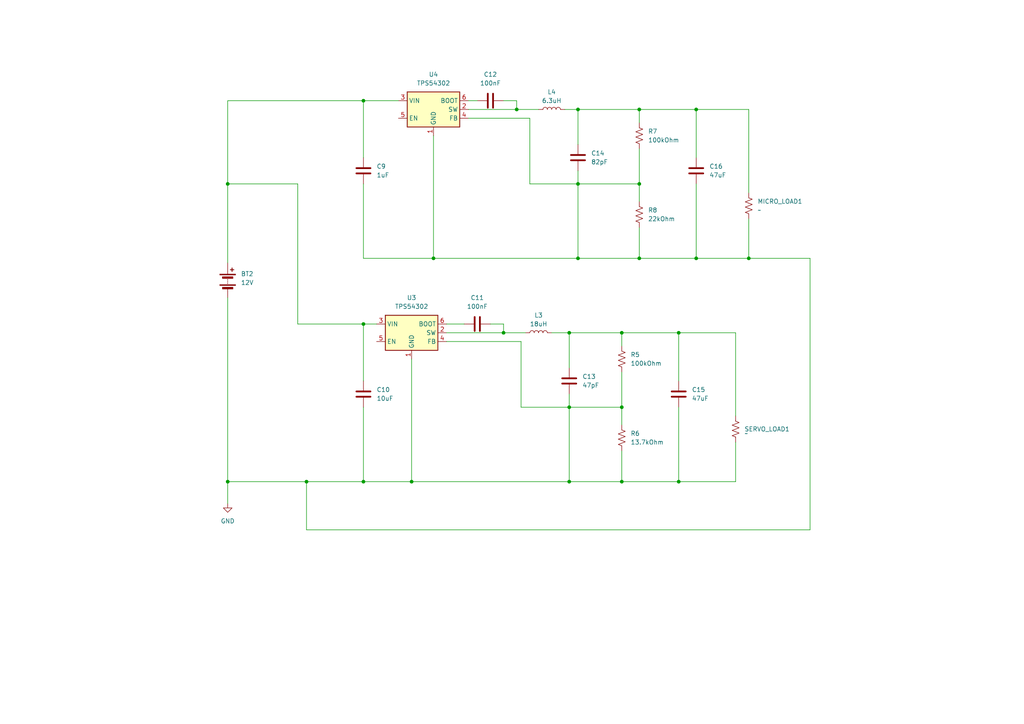
<source format=kicad_sch>
(kicad_sch (version 20230121) (generator eeschema)

  (uuid 100983c4-2702-4eeb-92ca-71443ea7350e)

  (paper "A4")

  (lib_symbols
    (symbol "Device:Battery" (pin_numbers hide) (pin_names (offset 0) hide) (in_bom yes) (on_board yes)
      (property "Reference" "BT" (at 2.54 2.54 0)
        (effects (font (size 1.27 1.27)) (justify left))
      )
      (property "Value" "Battery" (at 2.54 0 0)
        (effects (font (size 1.27 1.27)) (justify left))
      )
      (property "Footprint" "" (at 0 1.524 90)
        (effects (font (size 1.27 1.27)) hide)
      )
      (property "Datasheet" "~" (at 0 1.524 90)
        (effects (font (size 1.27 1.27)) hide)
      )
      (property "ki_keywords" "batt voltage-source cell" (at 0 0 0)
        (effects (font (size 1.27 1.27)) hide)
      )
      (property "ki_description" "Multiple-cell battery" (at 0 0 0)
        (effects (font (size 1.27 1.27)) hide)
      )
      (symbol "Battery_0_1"
        (rectangle (start -2.286 -1.27) (end 2.286 -1.524)
          (stroke (width 0) (type default))
          (fill (type outline))
        )
        (rectangle (start -2.286 1.778) (end 2.286 1.524)
          (stroke (width 0) (type default))
          (fill (type outline))
        )
        (rectangle (start -1.524 -2.032) (end 1.524 -2.54)
          (stroke (width 0) (type default))
          (fill (type outline))
        )
        (rectangle (start -1.524 1.016) (end 1.524 0.508)
          (stroke (width 0) (type default))
          (fill (type outline))
        )
        (polyline
          (pts
            (xy 0 -1.016)
            (xy 0 -0.762)
          )
          (stroke (width 0) (type default))
          (fill (type none))
        )
        (polyline
          (pts
            (xy 0 -0.508)
            (xy 0 -0.254)
          )
          (stroke (width 0) (type default))
          (fill (type none))
        )
        (polyline
          (pts
            (xy 0 0)
            (xy 0 0.254)
          )
          (stroke (width 0) (type default))
          (fill (type none))
        )
        (polyline
          (pts
            (xy 0 1.778)
            (xy 0 2.54)
          )
          (stroke (width 0) (type default))
          (fill (type none))
        )
        (polyline
          (pts
            (xy 0.762 3.048)
            (xy 1.778 3.048)
          )
          (stroke (width 0.254) (type default))
          (fill (type none))
        )
        (polyline
          (pts
            (xy 1.27 3.556)
            (xy 1.27 2.54)
          )
          (stroke (width 0.254) (type default))
          (fill (type none))
        )
      )
      (symbol "Battery_1_1"
        (pin passive line (at 0 5.08 270) (length 2.54)
          (name "+" (effects (font (size 1.27 1.27))))
          (number "1" (effects (font (size 1.27 1.27))))
        )
        (pin passive line (at 0 -5.08 90) (length 2.54)
          (name "-" (effects (font (size 1.27 1.27))))
          (number "2" (effects (font (size 1.27 1.27))))
        )
      )
    )
    (symbol "Device:C" (pin_numbers hide) (pin_names (offset 0.254)) (in_bom yes) (on_board yes)
      (property "Reference" "C" (at 0.635 2.54 0)
        (effects (font (size 1.27 1.27)) (justify left))
      )
      (property "Value" "C" (at 0.635 -2.54 0)
        (effects (font (size 1.27 1.27)) (justify left))
      )
      (property "Footprint" "" (at 0.9652 -3.81 0)
        (effects (font (size 1.27 1.27)) hide)
      )
      (property "Datasheet" "~" (at 0 0 0)
        (effects (font (size 1.27 1.27)) hide)
      )
      (property "ki_keywords" "cap capacitor" (at 0 0 0)
        (effects (font (size 1.27 1.27)) hide)
      )
      (property "ki_description" "Unpolarized capacitor" (at 0 0 0)
        (effects (font (size 1.27 1.27)) hide)
      )
      (property "ki_fp_filters" "C_*" (at 0 0 0)
        (effects (font (size 1.27 1.27)) hide)
      )
      (symbol "C_0_1"
        (polyline
          (pts
            (xy -2.032 -0.762)
            (xy 2.032 -0.762)
          )
          (stroke (width 0.508) (type default))
          (fill (type none))
        )
        (polyline
          (pts
            (xy -2.032 0.762)
            (xy 2.032 0.762)
          )
          (stroke (width 0.508) (type default))
          (fill (type none))
        )
      )
      (symbol "C_1_1"
        (pin passive line (at 0 3.81 270) (length 2.794)
          (name "~" (effects (font (size 1.27 1.27))))
          (number "1" (effects (font (size 1.27 1.27))))
        )
        (pin passive line (at 0 -3.81 90) (length 2.794)
          (name "~" (effects (font (size 1.27 1.27))))
          (number "2" (effects (font (size 1.27 1.27))))
        )
      )
    )
    (symbol "Device:L" (pin_numbers hide) (pin_names (offset 1.016) hide) (in_bom yes) (on_board yes)
      (property "Reference" "L" (at -1.27 0 90)
        (effects (font (size 1.27 1.27)))
      )
      (property "Value" "L" (at 1.905 0 90)
        (effects (font (size 1.27 1.27)))
      )
      (property "Footprint" "" (at 0 0 0)
        (effects (font (size 1.27 1.27)) hide)
      )
      (property "Datasheet" "~" (at 0 0 0)
        (effects (font (size 1.27 1.27)) hide)
      )
      (property "ki_keywords" "inductor choke coil reactor magnetic" (at 0 0 0)
        (effects (font (size 1.27 1.27)) hide)
      )
      (property "ki_description" "Inductor" (at 0 0 0)
        (effects (font (size 1.27 1.27)) hide)
      )
      (property "ki_fp_filters" "Choke_* *Coil* Inductor_* L_*" (at 0 0 0)
        (effects (font (size 1.27 1.27)) hide)
      )
      (symbol "L_0_1"
        (arc (start 0 -2.54) (mid 0.6323 -1.905) (end 0 -1.27)
          (stroke (width 0) (type default))
          (fill (type none))
        )
        (arc (start 0 -1.27) (mid 0.6323 -0.635) (end 0 0)
          (stroke (width 0) (type default))
          (fill (type none))
        )
        (arc (start 0 0) (mid 0.6323 0.635) (end 0 1.27)
          (stroke (width 0) (type default))
          (fill (type none))
        )
        (arc (start 0 1.27) (mid 0.6323 1.905) (end 0 2.54)
          (stroke (width 0) (type default))
          (fill (type none))
        )
      )
      (symbol "L_1_1"
        (pin passive line (at 0 3.81 270) (length 1.27)
          (name "1" (effects (font (size 1.27 1.27))))
          (number "1" (effects (font (size 1.27 1.27))))
        )
        (pin passive line (at 0 -3.81 90) (length 1.27)
          (name "2" (effects (font (size 1.27 1.27))))
          (number "2" (effects (font (size 1.27 1.27))))
        )
      )
    )
    (symbol "Device:R_US" (pin_numbers hide) (pin_names (offset 0)) (in_bom yes) (on_board yes)
      (property "Reference" "R" (at 2.54 0 90)
        (effects (font (size 1.27 1.27)))
      )
      (property "Value" "R_US" (at -2.54 0 90)
        (effects (font (size 1.27 1.27)))
      )
      (property "Footprint" "" (at 1.016 -0.254 90)
        (effects (font (size 1.27 1.27)) hide)
      )
      (property "Datasheet" "~" (at 0 0 0)
        (effects (font (size 1.27 1.27)) hide)
      )
      (property "ki_keywords" "R res resistor" (at 0 0 0)
        (effects (font (size 1.27 1.27)) hide)
      )
      (property "ki_description" "Resistor, US symbol" (at 0 0 0)
        (effects (font (size 1.27 1.27)) hide)
      )
      (property "ki_fp_filters" "R_*" (at 0 0 0)
        (effects (font (size 1.27 1.27)) hide)
      )
      (symbol "R_US_0_1"
        (polyline
          (pts
            (xy 0 -2.286)
            (xy 0 -2.54)
          )
          (stroke (width 0) (type default))
          (fill (type none))
        )
        (polyline
          (pts
            (xy 0 2.286)
            (xy 0 2.54)
          )
          (stroke (width 0) (type default))
          (fill (type none))
        )
        (polyline
          (pts
            (xy 0 -0.762)
            (xy 1.016 -1.143)
            (xy 0 -1.524)
            (xy -1.016 -1.905)
            (xy 0 -2.286)
          )
          (stroke (width 0) (type default))
          (fill (type none))
        )
        (polyline
          (pts
            (xy 0 0.762)
            (xy 1.016 0.381)
            (xy 0 0)
            (xy -1.016 -0.381)
            (xy 0 -0.762)
          )
          (stroke (width 0) (type default))
          (fill (type none))
        )
        (polyline
          (pts
            (xy 0 2.286)
            (xy 1.016 1.905)
            (xy 0 1.524)
            (xy -1.016 1.143)
            (xy 0 0.762)
          )
          (stroke (width 0) (type default))
          (fill (type none))
        )
      )
      (symbol "R_US_1_1"
        (pin passive line (at 0 3.81 270) (length 1.27)
          (name "~" (effects (font (size 1.27 1.27))))
          (number "1" (effects (font (size 1.27 1.27))))
        )
        (pin passive line (at 0 -3.81 90) (length 1.27)
          (name "~" (effects (font (size 1.27 1.27))))
          (number "2" (effects (font (size 1.27 1.27))))
        )
      )
    )
    (symbol "Regulator_Switching:TPS54302" (in_bom yes) (on_board yes)
      (property "Reference" "U" (at -7.62 6.35 0)
        (effects (font (size 1.27 1.27)) (justify left))
      )
      (property "Value" "TPS54302" (at 0 6.35 0)
        (effects (font (size 1.27 1.27)) (justify left))
      )
      (property "Footprint" "Package_TO_SOT_SMD:SOT-23-6" (at 1.27 -8.89 0)
        (effects (font (size 1.27 1.27)) (justify left) hide)
      )
      (property "Datasheet" "http://www.ti.com/lit/ds/symlink/tps54302.pdf" (at -7.62 8.89 0)
        (effects (font (size 1.27 1.27)) hide)
      )
      (property "ki_keywords" "switching buck converter power-supply voltage regulator emi spread spectrum" (at 0 0 0)
        (effects (font (size 1.27 1.27)) hide)
      )
      (property "ki_description" "3A, 4.5 to 28V Input, EMI Friendly integrated switch synchronous step-down regulator, pulse-skipping, SOT-23-6" (at 0 0 0)
        (effects (font (size 1.27 1.27)) hide)
      )
      (property "ki_fp_filters" "SOT?23*" (at 0 0 0)
        (effects (font (size 1.27 1.27)) hide)
      )
      (symbol "TPS54302_0_1"
        (rectangle (start -7.62 5.08) (end 7.62 -5.08)
          (stroke (width 0.254) (type default))
          (fill (type background))
        )
      )
      (symbol "TPS54302_1_1"
        (pin power_in line (at 0 -7.62 90) (length 2.54)
          (name "GND" (effects (font (size 1.27 1.27))))
          (number "1" (effects (font (size 1.27 1.27))))
        )
        (pin power_out line (at 10.16 0 180) (length 2.54)
          (name "SW" (effects (font (size 1.27 1.27))))
          (number "2" (effects (font (size 1.27 1.27))))
        )
        (pin power_in line (at -10.16 2.54 0) (length 2.54)
          (name "VIN" (effects (font (size 1.27 1.27))))
          (number "3" (effects (font (size 1.27 1.27))))
        )
        (pin input line (at 10.16 -2.54 180) (length 2.54)
          (name "FB" (effects (font (size 1.27 1.27))))
          (number "4" (effects (font (size 1.27 1.27))))
        )
        (pin input line (at -10.16 -2.54 0) (length 2.54)
          (name "EN" (effects (font (size 1.27 1.27))))
          (number "5" (effects (font (size 1.27 1.27))))
        )
        (pin passive line (at 10.16 2.54 180) (length 2.54)
          (name "BOOT" (effects (font (size 1.27 1.27))))
          (number "6" (effects (font (size 1.27 1.27))))
        )
      )
    )
    (symbol "power:GND" (power) (pin_names (offset 0)) (in_bom yes) (on_board yes)
      (property "Reference" "#PWR" (at 0 -6.35 0)
        (effects (font (size 1.27 1.27)) hide)
      )
      (property "Value" "GND" (at 0 -3.81 0)
        (effects (font (size 1.27 1.27)))
      )
      (property "Footprint" "" (at 0 0 0)
        (effects (font (size 1.27 1.27)) hide)
      )
      (property "Datasheet" "" (at 0 0 0)
        (effects (font (size 1.27 1.27)) hide)
      )
      (property "ki_keywords" "global power" (at 0 0 0)
        (effects (font (size 1.27 1.27)) hide)
      )
      (property "ki_description" "Power symbol creates a global label with name \"GND\" , ground" (at 0 0 0)
        (effects (font (size 1.27 1.27)) hide)
      )
      (symbol "GND_0_1"
        (polyline
          (pts
            (xy 0 0)
            (xy 0 -1.27)
            (xy 1.27 -1.27)
            (xy 0 -2.54)
            (xy -1.27 -1.27)
            (xy 0 -1.27)
          )
          (stroke (width 0) (type default))
          (fill (type none))
        )
      )
      (symbol "GND_1_1"
        (pin power_in line (at 0 0 270) (length 0) hide
          (name "GND" (effects (font (size 1.27 1.27))))
          (number "1" (effects (font (size 1.27 1.27))))
        )
      )
    )
  )

  (junction (at 165.1 118.11) (diameter 0) (color 0 0 0 0)
    (uuid 0173440e-c992-4f0a-b0dc-82ed4abde791)
  )
  (junction (at 180.34 139.7) (diameter 0) (color 0 0 0 0)
    (uuid 051b6015-a076-4926-a1ff-c0a388a13aa0)
  )
  (junction (at 88.9 139.7) (diameter 0) (color 0 0 0 0)
    (uuid 18492813-16a7-4bf5-a185-5f5d77aa0567)
  )
  (junction (at 201.93 31.75) (diameter 0) (color 0 0 0 0)
    (uuid 220695d7-8be2-4dc1-8e91-f9013be45a86)
  )
  (junction (at 66.04 139.7) (diameter 0) (color 0 0 0 0)
    (uuid 286c8aab-1345-4f58-9142-9bb9a3cd00bc)
  )
  (junction (at 105.41 93.98) (diameter 0) (color 0 0 0 0)
    (uuid 29015004-1a1e-4da6-b53f-77853a2f74f1)
  )
  (junction (at 196.85 139.7) (diameter 0) (color 0 0 0 0)
    (uuid 38f93172-3af9-4c71-bea2-0dfb15b9cebf)
  )
  (junction (at 149.86 31.75) (diameter 0) (color 0 0 0 0)
    (uuid 4040eaf5-57e5-4d35-b132-60e4c9a13194)
  )
  (junction (at 185.42 53.34) (diameter 0) (color 0 0 0 0)
    (uuid 453040f4-9c41-4778-88ed-8a7ae8571a82)
  )
  (junction (at 66.04 53.34) (diameter 0) (color 0 0 0 0)
    (uuid 5562d5c6-25a0-4da1-b491-2ce7a651424c)
  )
  (junction (at 217.17 74.93) (diameter 0) (color 0 0 0 0)
    (uuid 5e06b930-d5e8-46a2-983c-dfd3c0f96b60)
  )
  (junction (at 180.34 118.11) (diameter 0) (color 0 0 0 0)
    (uuid 5e0c7b5a-5f4d-4572-8088-9d58bdae8553)
  )
  (junction (at 105.41 29.21) (diameter 0) (color 0 0 0 0)
    (uuid 8a57e449-f7c5-4644-9421-989b8ed65445)
  )
  (junction (at 167.64 31.75) (diameter 0) (color 0 0 0 0)
    (uuid 8a9a952f-5a38-4ce3-940b-927f8fd5eb94)
  )
  (junction (at 125.73 74.93) (diameter 0) (color 0 0 0 0)
    (uuid 8aa62b18-e493-4782-96a4-4d4b40c13f85)
  )
  (junction (at 180.34 96.52) (diameter 0) (color 0 0 0 0)
    (uuid a987a986-0ea2-4a7a-b747-c0ae7c1271f7)
  )
  (junction (at 105.41 139.7) (diameter 0) (color 0 0 0 0)
    (uuid af12cd71-2dc5-455c-b821-2530b46adbb2)
  )
  (junction (at 165.1 139.7) (diameter 0) (color 0 0 0 0)
    (uuid b256c50a-67f5-482d-a843-db752aea46d8)
  )
  (junction (at 165.1 96.52) (diameter 0) (color 0 0 0 0)
    (uuid b27b4be4-dc3c-4086-b021-8b0212ee89ec)
  )
  (junction (at 167.64 74.93) (diameter 0) (color 0 0 0 0)
    (uuid b397be99-c604-4887-bcbb-2b4110aab636)
  )
  (junction (at 167.64 53.34) (diameter 0) (color 0 0 0 0)
    (uuid bce96e43-7967-47eb-b08c-88bc62d9578c)
  )
  (junction (at 196.85 96.52) (diameter 0) (color 0 0 0 0)
    (uuid c503a4f9-6647-4125-af7b-f703f40c0f0d)
  )
  (junction (at 185.42 74.93) (diameter 0) (color 0 0 0 0)
    (uuid cb1965d7-05a9-401f-96a7-6d5d1666e7be)
  )
  (junction (at 119.38 139.7) (diameter 0) (color 0 0 0 0)
    (uuid dc9689f8-d3ae-4af2-a2b0-e0d29f5e6793)
  )
  (junction (at 201.93 74.93) (diameter 0) (color 0 0 0 0)
    (uuid ddc8e657-94fa-4b5a-8f8a-b25f62a4ef7c)
  )
  (junction (at 185.42 31.75) (diameter 0) (color 0 0 0 0)
    (uuid efd51c9c-7312-4971-9e4a-7e01e165667e)
  )
  (junction (at 146.05 96.52) (diameter 0) (color 0 0 0 0)
    (uuid fd3f38fd-ba10-4221-b652-bf85ad5badaf)
  )

  (wire (pts (xy 180.34 130.81) (xy 180.34 139.7))
    (stroke (width 0) (type default))
    (uuid 060cb49a-7705-47b8-8431-8958cb5d0d1e)
  )
  (wire (pts (xy 66.04 53.34) (xy 66.04 29.21))
    (stroke (width 0) (type default))
    (uuid 07abf97a-30ab-4bb3-a223-206f498e1154)
  )
  (wire (pts (xy 146.05 29.21) (xy 149.86 29.21))
    (stroke (width 0) (type default))
    (uuid 08fac947-4aa1-4647-9d9f-035da07c7e60)
  )
  (wire (pts (xy 105.41 118.11) (xy 105.41 139.7))
    (stroke (width 0) (type default))
    (uuid 09f796b5-d1ce-4900-ad9b-f735a3e45818)
  )
  (wire (pts (xy 149.86 29.21) (xy 149.86 31.75))
    (stroke (width 0) (type default))
    (uuid 0be339cf-22f7-48df-bde6-5c0710ed68a1)
  )
  (wire (pts (xy 185.42 66.04) (xy 185.42 74.93))
    (stroke (width 0) (type default))
    (uuid 0c6396dc-a06d-42eb-a1df-4ac6f02aa981)
  )
  (wire (pts (xy 135.89 29.21) (xy 138.43 29.21))
    (stroke (width 0) (type default))
    (uuid 0d8ead3f-7721-463d-8bf0-c61e70aeadf8)
  )
  (wire (pts (xy 129.54 93.98) (xy 134.62 93.98))
    (stroke (width 0) (type default))
    (uuid 121bf1e4-9d7f-42d8-a918-a871d1226ef1)
  )
  (wire (pts (xy 196.85 118.11) (xy 196.85 139.7))
    (stroke (width 0) (type default))
    (uuid 158d94ef-1028-46fa-ac85-fc3b9b1b2cee)
  )
  (wire (pts (xy 185.42 58.42) (xy 185.42 53.34))
    (stroke (width 0) (type default))
    (uuid 1b2fc5cb-361b-4f48-83c8-d064239de234)
  )
  (wire (pts (xy 180.34 96.52) (xy 165.1 96.52))
    (stroke (width 0) (type default))
    (uuid 1be33e23-9bf2-466e-b57b-053762aa79e5)
  )
  (wire (pts (xy 66.04 76.2) (xy 66.04 53.34))
    (stroke (width 0) (type default))
    (uuid 1d5c69ad-efb0-4a4d-937f-e1b4d669d029)
  )
  (wire (pts (xy 125.73 39.37) (xy 125.73 74.93))
    (stroke (width 0) (type default))
    (uuid 1dad35e1-bf13-4b50-823e-f439e615e73e)
  )
  (wire (pts (xy 217.17 63.5) (xy 217.17 74.93))
    (stroke (width 0) (type default))
    (uuid 1dd6a22e-b0cd-4247-9b2d-581a868f6df0)
  )
  (wire (pts (xy 180.34 118.11) (xy 165.1 118.11))
    (stroke (width 0) (type default))
    (uuid 222664fb-e1aa-4a41-ba29-ff99595b3558)
  )
  (wire (pts (xy 234.95 74.93) (xy 234.95 153.67))
    (stroke (width 0) (type default))
    (uuid 265ec680-103f-45fd-9f68-a34c89c5485a)
  )
  (wire (pts (xy 167.64 31.75) (xy 167.64 41.91))
    (stroke (width 0) (type default))
    (uuid 26ed1fa4-af4d-4d45-a627-4d8f04705ccf)
  )
  (wire (pts (xy 217.17 31.75) (xy 217.17 55.88))
    (stroke (width 0) (type default))
    (uuid 3200956c-e91c-4bf7-9ea0-86cd77b1778b)
  )
  (wire (pts (xy 105.41 93.98) (xy 105.41 110.49))
    (stroke (width 0) (type default))
    (uuid 3254659f-1d3f-4cdb-9948-d78004e2abac)
  )
  (wire (pts (xy 201.93 74.93) (xy 217.17 74.93))
    (stroke (width 0) (type default))
    (uuid 3325a4c5-c341-4da8-8b3b-e527116a8d66)
  )
  (wire (pts (xy 86.36 53.34) (xy 66.04 53.34))
    (stroke (width 0) (type default))
    (uuid 3634376a-2498-4f57-a2e5-c88a02eaaa9b)
  )
  (wire (pts (xy 201.93 31.75) (xy 217.17 31.75))
    (stroke (width 0) (type default))
    (uuid 3776ba65-77cf-4567-8304-e4e9132fa941)
  )
  (wire (pts (xy 88.9 139.7) (xy 105.41 139.7))
    (stroke (width 0) (type default))
    (uuid 37db3b40-7289-45d0-b152-834410477d3a)
  )
  (wire (pts (xy 105.41 74.93) (xy 125.73 74.93))
    (stroke (width 0) (type default))
    (uuid 3ba6b5dc-e693-44b0-86bd-d0e8d2cb44db)
  )
  (wire (pts (xy 196.85 96.52) (xy 213.36 96.52))
    (stroke (width 0) (type default))
    (uuid 40f29030-795b-46c2-b83f-9997c23ebbf9)
  )
  (wire (pts (xy 105.41 139.7) (xy 119.38 139.7))
    (stroke (width 0) (type default))
    (uuid 425bae69-1dfd-4dba-8eac-269eca600873)
  )
  (wire (pts (xy 185.42 53.34) (xy 167.64 53.34))
    (stroke (width 0) (type default))
    (uuid 431aeb97-578e-4c14-88f9-e73eb6223254)
  )
  (wire (pts (xy 105.41 29.21) (xy 105.41 45.72))
    (stroke (width 0) (type default))
    (uuid 44863d21-0a00-47c2-8614-c44211698c1d)
  )
  (wire (pts (xy 180.34 123.19) (xy 180.34 118.11))
    (stroke (width 0) (type default))
    (uuid 459317ab-7a8c-44a6-b758-8ad10bcba2f9)
  )
  (wire (pts (xy 185.42 31.75) (xy 167.64 31.75))
    (stroke (width 0) (type default))
    (uuid 52b37f35-3daa-4fdd-b10d-bec526a256d1)
  )
  (wire (pts (xy 142.24 93.98) (xy 146.05 93.98))
    (stroke (width 0) (type default))
    (uuid 541bb7b0-dfe4-4800-9d49-4564a83c3fee)
  )
  (wire (pts (xy 146.05 93.98) (xy 146.05 96.52))
    (stroke (width 0) (type default))
    (uuid 54fe48c2-6432-4f75-b083-a8c50753c8a3)
  )
  (wire (pts (xy 109.22 93.98) (xy 105.41 93.98))
    (stroke (width 0) (type default))
    (uuid 5715fc6c-2fac-480d-b2b9-6ea38ff946d7)
  )
  (wire (pts (xy 151.13 99.06) (xy 151.13 118.11))
    (stroke (width 0) (type default))
    (uuid 57c3afd7-49ab-4ce6-acae-334fdd8c0625)
  )
  (wire (pts (xy 129.54 99.06) (xy 151.13 99.06))
    (stroke (width 0) (type default))
    (uuid 59b25bfe-f70d-4a78-9b22-db322a2912fb)
  )
  (wire (pts (xy 135.89 34.29) (xy 153.67 34.29))
    (stroke (width 0) (type default))
    (uuid 5b2305ab-0b87-47c2-90a9-8d2af7e3d6c2)
  )
  (wire (pts (xy 66.04 139.7) (xy 88.9 139.7))
    (stroke (width 0) (type default))
    (uuid 5bda851a-b9e4-4d33-8d8b-87dc91d9d9f1)
  )
  (wire (pts (xy 196.85 139.7) (xy 213.36 139.7))
    (stroke (width 0) (type default))
    (uuid 5c677def-7ad1-4c2f-8388-f40349b32469)
  )
  (wire (pts (xy 66.04 146.05) (xy 66.04 139.7))
    (stroke (width 0) (type default))
    (uuid 612f0e08-c459-4b69-a947-b17f796c42cc)
  )
  (wire (pts (xy 129.54 96.52) (xy 146.05 96.52))
    (stroke (width 0) (type default))
    (uuid 61b1ff24-13b7-426c-9cfa-58cf06f5f0b5)
  )
  (wire (pts (xy 180.34 139.7) (xy 165.1 139.7))
    (stroke (width 0) (type default))
    (uuid 627b0349-2ca2-45dc-9b48-cc5a0f187894)
  )
  (wire (pts (xy 165.1 139.7) (xy 165.1 118.11))
    (stroke (width 0) (type default))
    (uuid 652e0470-1f21-4e11-82ba-f89ad8b87d78)
  )
  (wire (pts (xy 151.13 118.11) (xy 165.1 118.11))
    (stroke (width 0) (type default))
    (uuid 6606e40b-3860-4e20-902d-84b200c5ecaf)
  )
  (wire (pts (xy 180.34 107.95) (xy 180.34 118.11))
    (stroke (width 0) (type default))
    (uuid 6f8b5a19-fd20-4412-9b04-abcaf18afd9e)
  )
  (wire (pts (xy 167.64 49.53) (xy 167.64 53.34))
    (stroke (width 0) (type default))
    (uuid 799c75ae-c1cc-49c2-a5b5-f5ea56d9df24)
  )
  (wire (pts (xy 165.1 96.52) (xy 165.1 106.68))
    (stroke (width 0) (type default))
    (uuid 7c724052-d10e-4273-ba1d-714d9bd2973e)
  )
  (wire (pts (xy 213.36 128.27) (xy 213.36 139.7))
    (stroke (width 0) (type default))
    (uuid 8263b8f5-76fc-4ec7-b153-5d4295e0650c)
  )
  (wire (pts (xy 66.04 29.21) (xy 105.41 29.21))
    (stroke (width 0) (type default))
    (uuid 8513941c-231f-4402-b479-6e7230898568)
  )
  (wire (pts (xy 167.64 74.93) (xy 167.64 53.34))
    (stroke (width 0) (type default))
    (uuid 85866019-d131-49cf-87cf-2ffc746f5138)
  )
  (wire (pts (xy 135.89 31.75) (xy 149.86 31.75))
    (stroke (width 0) (type default))
    (uuid 866ff340-b9a6-4273-95a8-4fd0facbec7e)
  )
  (wire (pts (xy 119.38 104.14) (xy 119.38 139.7))
    (stroke (width 0) (type default))
    (uuid 8c97a346-c038-4680-af33-7724a18d8e8a)
  )
  (wire (pts (xy 165.1 114.3) (xy 165.1 118.11))
    (stroke (width 0) (type default))
    (uuid 8d456566-3d3a-429f-8cf2-89b04a94fc1c)
  )
  (wire (pts (xy 88.9 153.67) (xy 88.9 139.7))
    (stroke (width 0) (type default))
    (uuid 9128a198-9bbf-4e79-979b-c3efc9d21106)
  )
  (wire (pts (xy 201.93 53.34) (xy 201.93 74.93))
    (stroke (width 0) (type default))
    (uuid 971afd93-88c4-4737-bdd1-08cc71781749)
  )
  (wire (pts (xy 153.67 34.29) (xy 153.67 53.34))
    (stroke (width 0) (type default))
    (uuid 99f3fb57-c560-4c86-9a80-b55debbc1c93)
  )
  (wire (pts (xy 185.42 35.56) (xy 185.42 31.75))
    (stroke (width 0) (type default))
    (uuid a1756a5f-3e56-4d20-b32a-235f0e9ef739)
  )
  (wire (pts (xy 217.17 74.93) (xy 234.95 74.93))
    (stroke (width 0) (type default))
    (uuid a961b0aa-eec6-45bf-a1b4-f0f92c93a9be)
  )
  (wire (pts (xy 201.93 45.72) (xy 201.93 31.75))
    (stroke (width 0) (type default))
    (uuid aad8b119-bcef-43ab-848b-cc0e00e9f2f9)
  )
  (wire (pts (xy 163.83 31.75) (xy 167.64 31.75))
    (stroke (width 0) (type default))
    (uuid ad4256b2-6605-4be9-b374-44e471ae4c73)
  )
  (wire (pts (xy 105.41 53.34) (xy 105.41 74.93))
    (stroke (width 0) (type default))
    (uuid c258724d-11b4-4287-baf1-1e5539252f57)
  )
  (wire (pts (xy 149.86 31.75) (xy 156.21 31.75))
    (stroke (width 0) (type default))
    (uuid c55048f7-ac56-460a-860c-59d932f38c02)
  )
  (wire (pts (xy 234.95 153.67) (xy 88.9 153.67))
    (stroke (width 0) (type default))
    (uuid c5c8b4bb-2d06-4aaf-ae45-327075cce03d)
  )
  (wire (pts (xy 125.73 74.93) (xy 167.64 74.93))
    (stroke (width 0) (type default))
    (uuid cd094a1f-f282-4e99-8af5-d55a19772bfd)
  )
  (wire (pts (xy 146.05 96.52) (xy 152.4 96.52))
    (stroke (width 0) (type default))
    (uuid ce97bbf2-67c5-4a48-905e-c5fa618727ed)
  )
  (wire (pts (xy 167.64 74.93) (xy 185.42 74.93))
    (stroke (width 0) (type default))
    (uuid d2edea77-5431-41b9-83ea-c32a94531f57)
  )
  (wire (pts (xy 66.04 86.36) (xy 66.04 139.7))
    (stroke (width 0) (type default))
    (uuid d3052c00-54d6-4e0a-9cc8-91cdfe9f7ce9)
  )
  (wire (pts (xy 201.93 31.75) (xy 185.42 31.75))
    (stroke (width 0) (type default))
    (uuid d6ce0097-3614-4c52-89c1-96c345dae626)
  )
  (wire (pts (xy 105.41 29.21) (xy 115.57 29.21))
    (stroke (width 0) (type default))
    (uuid d737507c-cd30-4cdd-8d5e-2d76be65869d)
  )
  (wire (pts (xy 153.67 53.34) (xy 167.64 53.34))
    (stroke (width 0) (type default))
    (uuid dc35530a-20e1-49b8-8fe2-4421136d6495)
  )
  (wire (pts (xy 185.42 74.93) (xy 201.93 74.93))
    (stroke (width 0) (type default))
    (uuid de6d77c5-b9f0-49db-aecf-d855138ef402)
  )
  (wire (pts (xy 86.36 93.98) (xy 86.36 53.34))
    (stroke (width 0) (type default))
    (uuid df33b00f-6ce1-4a4d-9120-728a1d433d87)
  )
  (wire (pts (xy 180.34 100.33) (xy 180.34 96.52))
    (stroke (width 0) (type default))
    (uuid e12efba6-abfa-416a-adcd-274e0ae2597a)
  )
  (wire (pts (xy 119.38 139.7) (xy 165.1 139.7))
    (stroke (width 0) (type default))
    (uuid eae6b681-d796-4b0e-8ef1-e9b00b1153ce)
  )
  (wire (pts (xy 196.85 96.52) (xy 180.34 96.52))
    (stroke (width 0) (type default))
    (uuid ec40d53d-fb3e-444d-95f5-58822c0d4531)
  )
  (wire (pts (xy 196.85 139.7) (xy 180.34 139.7))
    (stroke (width 0) (type default))
    (uuid f1348d0e-ca82-483d-8195-65d195dcdb12)
  )
  (wire (pts (xy 105.41 93.98) (xy 86.36 93.98))
    (stroke (width 0) (type default))
    (uuid f595d24c-1e95-42b5-9b65-e0d15867cb70)
  )
  (wire (pts (xy 160.02 96.52) (xy 165.1 96.52))
    (stroke (width 0) (type default))
    (uuid f73e3007-ff43-4a04-bdbf-817ba6d21458)
  )
  (wire (pts (xy 196.85 110.49) (xy 196.85 96.52))
    (stroke (width 0) (type default))
    (uuid f9ef5a26-18d5-45e0-9883-a415e37e0174)
  )
  (wire (pts (xy 213.36 120.65) (xy 213.36 96.52))
    (stroke (width 0) (type default))
    (uuid fa1bddee-85d0-49c9-b47b-3283f351b943)
  )
  (wire (pts (xy 185.42 43.18) (xy 185.42 53.34))
    (stroke (width 0) (type default))
    (uuid fbe38dfa-2416-47d6-92d9-e5b0b9bdf32b)
  )

  (symbol (lib_id "Device:R_US") (at 180.34 104.14 0) (unit 1)
    (in_bom yes) (on_board yes) (dnp no) (fields_autoplaced)
    (uuid 09e8927d-a749-4cde-a710-c9cf407166df)
    (property "Reference" "R5" (at 182.88 102.87 0)
      (effects (font (size 1.27 1.27)) (justify left))
    )
    (property "Value" "100kOhm" (at 182.88 105.41 0)
      (effects (font (size 1.27 1.27)) (justify left))
    )
    (property "Footprint" "" (at 181.356 104.394 90)
      (effects (font (size 1.27 1.27)) hide)
    )
    (property "Datasheet" "~" (at 180.34 104.14 0)
      (effects (font (size 1.27 1.27)) hide)
    )
    (pin "2" (uuid 6e0e07c9-f2a9-404c-bd36-8c71ad94abee))
    (pin "1" (uuid 73bd9ad5-e705-4a2e-96fa-79a1051a0f05))
    (instances
      (project "DoodleBot"
        (path "/e4b3f460-295f-4fee-ba17-9157355c92e9/c00f4b25-1f93-47e1-a05e-c8412eca5111"
          (reference "R5") (unit 1)
        )
      )
    )
  )

  (symbol (lib_id "Device:C") (at 201.93 49.53 180) (unit 1)
    (in_bom yes) (on_board yes) (dnp no) (fields_autoplaced)
    (uuid 0a994eff-2a09-4460-b80c-341ac8f42836)
    (property "Reference" "C16" (at 205.74 48.26 0)
      (effects (font (size 1.27 1.27)) (justify right))
    )
    (property "Value" "47uF" (at 205.74 50.8 0)
      (effects (font (size 1.27 1.27)) (justify right))
    )
    (property "Footprint" "" (at 200.9648 45.72 0)
      (effects (font (size 1.27 1.27)) hide)
    )
    (property "Datasheet" "~" (at 201.93 49.53 0)
      (effects (font (size 1.27 1.27)) hide)
    )
    (pin "1" (uuid 62a54f18-2a01-44be-b342-aa8ee1bb22e4))
    (pin "2" (uuid e00ef5f3-1a42-44fe-9eb2-05fc23aa5db9))
    (instances
      (project "DoodleBot"
        (path "/e4b3f460-295f-4fee-ba17-9157355c92e9/c00f4b25-1f93-47e1-a05e-c8412eca5111"
          (reference "C16") (unit 1)
        )
      )
    )
  )

  (symbol (lib_id "Device:R_US") (at 180.34 127 0) (unit 1)
    (in_bom yes) (on_board yes) (dnp no) (fields_autoplaced)
    (uuid 21a46b52-84bb-49fc-af9b-b7810402c088)
    (property "Reference" "R6" (at 182.88 125.73 0)
      (effects (font (size 1.27 1.27)) (justify left))
    )
    (property "Value" "13.7kOhm" (at 182.88 128.27 0)
      (effects (font (size 1.27 1.27)) (justify left))
    )
    (property "Footprint" "" (at 181.356 127.254 90)
      (effects (font (size 1.27 1.27)) hide)
    )
    (property "Datasheet" "~" (at 180.34 127 0)
      (effects (font (size 1.27 1.27)) hide)
    )
    (pin "2" (uuid d1e29407-3141-49b4-a2b6-262ab6764c8c))
    (pin "1" (uuid 9d83c581-1f97-455a-b36e-2fa708c7f138))
    (instances
      (project "DoodleBot"
        (path "/e4b3f460-295f-4fee-ba17-9157355c92e9/c00f4b25-1f93-47e1-a05e-c8412eca5111"
          (reference "R6") (unit 1)
        )
      )
    )
  )

  (symbol (lib_id "Device:C") (at 165.1 110.49 180) (unit 1)
    (in_bom yes) (on_board yes) (dnp no) (fields_autoplaced)
    (uuid 32125095-13b6-4a33-9c22-9cf6e387536c)
    (property "Reference" "C13" (at 168.91 109.22 0)
      (effects (font (size 1.27 1.27)) (justify right))
    )
    (property "Value" "47pF" (at 168.91 111.76 0)
      (effects (font (size 1.27 1.27)) (justify right))
    )
    (property "Footprint" "" (at 164.1348 106.68 0)
      (effects (font (size 1.27 1.27)) hide)
    )
    (property "Datasheet" "~" (at 165.1 110.49 0)
      (effects (font (size 1.27 1.27)) hide)
    )
    (pin "1" (uuid 2b893796-4931-4d71-8ea4-0e2ae8ad7691))
    (pin "2" (uuid 0be5bdde-d34d-47e5-a638-78c5f8f472e4))
    (instances
      (project "DoodleBot"
        (path "/e4b3f460-295f-4fee-ba17-9157355c92e9/c00f4b25-1f93-47e1-a05e-c8412eca5111"
          (reference "C13") (unit 1)
        )
      )
    )
  )

  (symbol (lib_id "Device:C") (at 196.85 114.3 180) (unit 1)
    (in_bom yes) (on_board yes) (dnp no) (fields_autoplaced)
    (uuid 3325b3ef-6bfb-4fc6-ad9a-3bae4f23fb2c)
    (property "Reference" "C15" (at 200.66 113.03 0)
      (effects (font (size 1.27 1.27)) (justify right))
    )
    (property "Value" "47uF" (at 200.66 115.57 0)
      (effects (font (size 1.27 1.27)) (justify right))
    )
    (property "Footprint" "" (at 195.8848 110.49 0)
      (effects (font (size 1.27 1.27)) hide)
    )
    (property "Datasheet" "~" (at 196.85 114.3 0)
      (effects (font (size 1.27 1.27)) hide)
    )
    (pin "1" (uuid a506d8db-5eff-4871-a103-37e6a77fcaac))
    (pin "2" (uuid 42e67c23-555d-48d9-bdcc-479ed1d2ba9e))
    (instances
      (project "DoodleBot"
        (path "/e4b3f460-295f-4fee-ba17-9157355c92e9/c00f4b25-1f93-47e1-a05e-c8412eca5111"
          (reference "C15") (unit 1)
        )
      )
    )
  )

  (symbol (lib_id "Device:C") (at 167.64 45.72 180) (unit 1)
    (in_bom yes) (on_board yes) (dnp no) (fields_autoplaced)
    (uuid 3ef4198d-af4d-415c-9f6b-8e524c8bc23b)
    (property "Reference" "C14" (at 171.45 44.45 0)
      (effects (font (size 1.27 1.27)) (justify right))
    )
    (property "Value" "82pF" (at 171.45 46.99 0)
      (effects (font (size 1.27 1.27)) (justify right))
    )
    (property "Footprint" "" (at 166.6748 41.91 0)
      (effects (font (size 1.27 1.27)) hide)
    )
    (property "Datasheet" "~" (at 167.64 45.72 0)
      (effects (font (size 1.27 1.27)) hide)
    )
    (pin "1" (uuid e8a6f668-06d3-45ca-ab2f-38a611d5ae75))
    (pin "2" (uuid 89b075ef-b603-4c8f-973e-527561bd5f64))
    (instances
      (project "DoodleBot"
        (path "/e4b3f460-295f-4fee-ba17-9157355c92e9/c00f4b25-1f93-47e1-a05e-c8412eca5111"
          (reference "C14") (unit 1)
        )
      )
    )
  )

  (symbol (lib_id "Device:C") (at 142.24 29.21 90) (unit 1)
    (in_bom yes) (on_board yes) (dnp no) (fields_autoplaced)
    (uuid 3f147682-991b-40d6-bcb8-4dd50bfcc1cc)
    (property "Reference" "C12" (at 142.24 21.59 90)
      (effects (font (size 1.27 1.27)))
    )
    (property "Value" "100nF" (at 142.24 24.13 90)
      (effects (font (size 1.27 1.27)))
    )
    (property "Footprint" "" (at 146.05 28.2448 0)
      (effects (font (size 1.27 1.27)) hide)
    )
    (property "Datasheet" "~" (at 142.24 29.21 0)
      (effects (font (size 1.27 1.27)) hide)
    )
    (pin "1" (uuid c6debd22-a389-4d33-9a0c-2d4318ae855e))
    (pin "2" (uuid dd0f7ad3-1cb3-449f-b4e1-a004d3d57384))
    (instances
      (project "DoodleBot"
        (path "/e4b3f460-295f-4fee-ba17-9157355c92e9/c00f4b25-1f93-47e1-a05e-c8412eca5111"
          (reference "C12") (unit 1)
        )
      )
    )
  )

  (symbol (lib_id "Regulator_Switching:TPS54302") (at 125.73 31.75 0) (unit 1)
    (in_bom yes) (on_board yes) (dnp no) (fields_autoplaced)
    (uuid 782e147b-56c3-4696-948d-d80d3417d617)
    (property "Reference" "U4" (at 125.73 21.59 0)
      (effects (font (size 1.27 1.27)))
    )
    (property "Value" "TPS54302" (at 125.73 24.13 0)
      (effects (font (size 1.27 1.27)))
    )
    (property "Footprint" "" (at 127 40.64 0)
      (effects (font (size 1.27 1.27)) (justify left) hide)
    )
    (property "Datasheet" "http://www.ti.com/lit/ds/symlink/tps54302.pdf" (at 118.11 22.86 0)
      (effects (font (size 1.27 1.27)) hide)
    )
    (pin "6" (uuid 8e03047b-3231-4a14-bdc7-46f88d36939d))
    (pin "3" (uuid 95ca64dc-08e8-4793-a3ab-753acdad039c))
    (pin "2" (uuid 5508068e-bb47-4465-9096-6b246c592596))
    (pin "1" (uuid 4b0b1bd2-63b7-4115-bdae-2c5198f014bd))
    (pin "4" (uuid 0785a2ed-4a66-4e61-b956-90a40a9c8a9e))
    (pin "5" (uuid 206761dc-7169-41df-9a96-dc3d72085ef4))
    (instances
      (project "DoodleBot"
        (path "/e4b3f460-295f-4fee-ba17-9157355c92e9/c00f4b25-1f93-47e1-a05e-c8412eca5111"
          (reference "U4") (unit 1)
        )
      )
    )
  )

  (symbol (lib_id "Regulator_Switching:TPS54302") (at 119.38 96.52 0) (unit 1)
    (in_bom yes) (on_board yes) (dnp no) (fields_autoplaced)
    (uuid 8f825906-9ea6-489f-808a-728d778ae8bb)
    (property "Reference" "U3" (at 119.38 86.36 0)
      (effects (font (size 1.27 1.27)))
    )
    (property "Value" "TPS54302" (at 119.38 88.9 0)
      (effects (font (size 1.27 1.27)))
    )
    (property "Footprint" "" (at 120.65 105.41 0)
      (effects (font (size 1.27 1.27)) (justify left) hide)
    )
    (property "Datasheet" "http://www.ti.com/lit/ds/symlink/tps54302.pdf" (at 111.76 87.63 0)
      (effects (font (size 1.27 1.27)) hide)
    )
    (pin "6" (uuid 99bda105-693b-4a61-a9fb-b3ccba06bc6c))
    (pin "3" (uuid 8a0965af-7dc6-4787-848b-7fb1a25ab545))
    (pin "2" (uuid 0fd2050c-fa5e-43e5-9373-2466df9c2e6d))
    (pin "1" (uuid bf81a055-65b6-4fe8-9a94-f40b7d57dfd8))
    (pin "4" (uuid 8bd95f24-1454-4785-806f-4e39669dc068))
    (pin "5" (uuid 7826250f-e68f-4ac6-91cc-0e86b08844b1))
    (instances
      (project "DoodleBot"
        (path "/e4b3f460-295f-4fee-ba17-9157355c92e9/c00f4b25-1f93-47e1-a05e-c8412eca5111"
          (reference "U3") (unit 1)
        )
      )
    )
  )

  (symbol (lib_id "Device:C") (at 138.43 93.98 90) (unit 1)
    (in_bom yes) (on_board yes) (dnp no) (fields_autoplaced)
    (uuid 914a202d-5151-43bd-b941-1b9ae2cd30cf)
    (property "Reference" "C11" (at 138.43 86.36 90)
      (effects (font (size 1.27 1.27)))
    )
    (property "Value" "100nF" (at 138.43 88.9 90)
      (effects (font (size 1.27 1.27)))
    )
    (property "Footprint" "" (at 142.24 93.0148 0)
      (effects (font (size 1.27 1.27)) hide)
    )
    (property "Datasheet" "~" (at 138.43 93.98 0)
      (effects (font (size 1.27 1.27)) hide)
    )
    (pin "1" (uuid d39b083b-feaa-4d00-8811-47fbac8422c1))
    (pin "2" (uuid 4bca6e42-5e54-4706-89eb-42e10e0383fe))
    (instances
      (project "DoodleBot"
        (path "/e4b3f460-295f-4fee-ba17-9157355c92e9/c00f4b25-1f93-47e1-a05e-c8412eca5111"
          (reference "C11") (unit 1)
        )
      )
    )
  )

  (symbol (lib_id "Device:C") (at 105.41 114.3 0) (unit 1)
    (in_bom yes) (on_board yes) (dnp no) (fields_autoplaced)
    (uuid 9fb5dc4d-6c14-481d-baa2-8ce5a22c8b1b)
    (property "Reference" "C10" (at 109.22 113.03 0)
      (effects (font (size 1.27 1.27)) (justify left))
    )
    (property "Value" "10uF" (at 109.22 115.57 0)
      (effects (font (size 1.27 1.27)) (justify left))
    )
    (property "Footprint" "" (at 106.3752 118.11 0)
      (effects (font (size 1.27 1.27)) hide)
    )
    (property "Datasheet" "~" (at 105.41 114.3 0)
      (effects (font (size 1.27 1.27)) hide)
    )
    (pin "1" (uuid bb08fabb-524a-43be-b05b-bbb52df5cfc6))
    (pin "2" (uuid b0b5fe58-2881-4850-a8ce-192f777f7fe2))
    (instances
      (project "DoodleBot"
        (path "/e4b3f460-295f-4fee-ba17-9157355c92e9/c00f4b25-1f93-47e1-a05e-c8412eca5111"
          (reference "C10") (unit 1)
        )
      )
    )
  )

  (symbol (lib_id "power:GND") (at 66.04 146.05 0) (unit 1)
    (in_bom yes) (on_board yes) (dnp no) (fields_autoplaced)
    (uuid a1cec088-f51c-49b1-84c8-f20123dff026)
    (property "Reference" "#PWR01" (at 66.04 152.4 0)
      (effects (font (size 1.27 1.27)) hide)
    )
    (property "Value" "GND" (at 66.04 151.13 0)
      (effects (font (size 1.27 1.27)))
    )
    (property "Footprint" "" (at 66.04 146.05 0)
      (effects (font (size 1.27 1.27)) hide)
    )
    (property "Datasheet" "" (at 66.04 146.05 0)
      (effects (font (size 1.27 1.27)) hide)
    )
    (pin "1" (uuid 48325c84-49ef-4a0b-bec0-e502226cf92b))
    (instances
      (project "DoodleBot"
        (path "/e4b3f460-295f-4fee-ba17-9157355c92e9/c00f4b25-1f93-47e1-a05e-c8412eca5111"
          (reference "#PWR01") (unit 1)
        )
      )
    )
  )

  (symbol (lib_id "Device:L") (at 156.21 96.52 90) (unit 1)
    (in_bom yes) (on_board yes) (dnp no) (fields_autoplaced)
    (uuid ae34f816-bad6-489b-adcc-faeb79b04879)
    (property "Reference" "L3" (at 156.21 91.44 90)
      (effects (font (size 1.27 1.27)))
    )
    (property "Value" "18uH" (at 156.21 93.98 90)
      (effects (font (size 1.27 1.27)))
    )
    (property "Footprint" "" (at 156.21 96.52 0)
      (effects (font (size 1.27 1.27)) hide)
    )
    (property "Datasheet" "~" (at 156.21 96.52 0)
      (effects (font (size 1.27 1.27)) hide)
    )
    (pin "2" (uuid 7bbb64c9-f39b-4590-894b-238fd829cda9))
    (pin "1" (uuid b7aa188d-ec50-48de-97e4-e4d41168e583))
    (instances
      (project "DoodleBot"
        (path "/e4b3f460-295f-4fee-ba17-9157355c92e9/c00f4b25-1f93-47e1-a05e-c8412eca5111"
          (reference "L3") (unit 1)
        )
      )
    )
  )

  (symbol (lib_id "Device:R_US") (at 185.42 62.23 0) (unit 1)
    (in_bom yes) (on_board yes) (dnp no) (fields_autoplaced)
    (uuid b6efae32-5192-4ecc-8dfe-74c739f040a3)
    (property "Reference" "R8" (at 187.96 60.96 0)
      (effects (font (size 1.27 1.27)) (justify left))
    )
    (property "Value" "22kOhm" (at 187.96 63.5 0)
      (effects (font (size 1.27 1.27)) (justify left))
    )
    (property "Footprint" "" (at 186.436 62.484 90)
      (effects (font (size 1.27 1.27)) hide)
    )
    (property "Datasheet" "~" (at 185.42 62.23 0)
      (effects (font (size 1.27 1.27)) hide)
    )
    (pin "2" (uuid 23bdc286-9c21-49c7-9308-5a1c3af642fd))
    (pin "1" (uuid d799666a-ae80-4c89-9aa9-c24753de4ac8))
    (instances
      (project "DoodleBot"
        (path "/e4b3f460-295f-4fee-ba17-9157355c92e9/c00f4b25-1f93-47e1-a05e-c8412eca5111"
          (reference "R8") (unit 1)
        )
      )
    )
  )

  (symbol (lib_id "Device:R_US") (at 185.42 39.37 0) (unit 1)
    (in_bom yes) (on_board yes) (dnp no) (fields_autoplaced)
    (uuid c59fb8d3-5b12-4789-94d4-75f2cfbccd1a)
    (property "Reference" "R7" (at 187.96 38.1 0)
      (effects (font (size 1.27 1.27)) (justify left))
    )
    (property "Value" "100kOhm" (at 187.96 40.64 0)
      (effects (font (size 1.27 1.27)) (justify left))
    )
    (property "Footprint" "" (at 186.436 39.624 90)
      (effects (font (size 1.27 1.27)) hide)
    )
    (property "Datasheet" "~" (at 185.42 39.37 0)
      (effects (font (size 1.27 1.27)) hide)
    )
    (pin "2" (uuid 78472e2e-62bb-406c-9a92-eafc01cad2bb))
    (pin "1" (uuid a3d0b6b4-708b-4d19-b802-085e5ea55d42))
    (instances
      (project "DoodleBot"
        (path "/e4b3f460-295f-4fee-ba17-9157355c92e9/c00f4b25-1f93-47e1-a05e-c8412eca5111"
          (reference "R7") (unit 1)
        )
      )
    )
  )

  (symbol (lib_id "Device:Battery") (at 66.04 81.28 0) (unit 1)
    (in_bom yes) (on_board yes) (dnp no) (fields_autoplaced)
    (uuid d278e5ad-9dda-43c7-9746-f8584367a786)
    (property "Reference" "BT2" (at 69.85 79.4385 0)
      (effects (font (size 1.27 1.27)) (justify left))
    )
    (property "Value" "12V" (at 69.85 81.9785 0)
      (effects (font (size 1.27 1.27)) (justify left))
    )
    (property "Footprint" "" (at 66.04 79.756 90)
      (effects (font (size 1.27 1.27)) hide)
    )
    (property "Datasheet" "~" (at 66.04 79.756 90)
      (effects (font (size 1.27 1.27)) hide)
    )
    (pin "1" (uuid 732aa7a1-3a2e-48fb-a1ca-eeb050715e38))
    (pin "2" (uuid f9516cb1-32d4-4eb5-b8a6-694f17c7bbb7))
    (instances
      (project "DoodleBot"
        (path "/e4b3f460-295f-4fee-ba17-9157355c92e9/c00f4b25-1f93-47e1-a05e-c8412eca5111"
          (reference "BT2") (unit 1)
        )
      )
    )
  )

  (symbol (lib_id "Device:R_US") (at 213.36 124.46 0) (unit 1)
    (in_bom yes) (on_board yes) (dnp no) (fields_autoplaced)
    (uuid d6bed18b-58e4-4de7-9130-8f3b6dd1ebc7)
    (property "Reference" "SERVO_LOAD1" (at 215.9 124.46 0)
      (effects (font (size 1.27 1.27)) (justify left))
    )
    (property "Value" "~" (at 215.9 125.73 0)
      (effects (font (size 1.27 1.27)) (justify left))
    )
    (property "Footprint" "" (at 214.376 124.714 90)
      (effects (font (size 1.27 1.27)) hide)
    )
    (property "Datasheet" "~" (at 213.36 124.46 0)
      (effects (font (size 1.27 1.27)) hide)
    )
    (pin "2" (uuid 2f0a3576-934e-4564-944e-4af769da699c))
    (pin "1" (uuid f7e655e2-b8b5-4648-bd4c-77fa69d8a295))
    (instances
      (project "DoodleBot"
        (path "/e4b3f460-295f-4fee-ba17-9157355c92e9/c00f4b25-1f93-47e1-a05e-c8412eca5111"
          (reference "SERVO_LOAD1") (unit 1)
        )
      )
    )
  )

  (symbol (lib_id "Device:L") (at 160.02 31.75 90) (unit 1)
    (in_bom yes) (on_board yes) (dnp no) (fields_autoplaced)
    (uuid e2584e6f-9f21-4446-8c6a-af9bec8ae8b0)
    (property "Reference" "L4" (at 160.02 26.67 90)
      (effects (font (size 1.27 1.27)))
    )
    (property "Value" "6.3uH" (at 160.02 29.21 90)
      (effects (font (size 1.27 1.27)))
    )
    (property "Footprint" "" (at 160.02 31.75 0)
      (effects (font (size 1.27 1.27)) hide)
    )
    (property "Datasheet" "~" (at 160.02 31.75 0)
      (effects (font (size 1.27 1.27)) hide)
    )
    (pin "2" (uuid 003f9884-b28c-40d5-a4e2-6ead614407b1))
    (pin "1" (uuid e0a75be3-adbf-4bcd-b3c5-e7e012bf021c))
    (instances
      (project "DoodleBot"
        (path "/e4b3f460-295f-4fee-ba17-9157355c92e9/c00f4b25-1f93-47e1-a05e-c8412eca5111"
          (reference "L4") (unit 1)
        )
      )
    )
  )

  (symbol (lib_id "Device:R_US") (at 217.17 59.69 0) (unit 1)
    (in_bom yes) (on_board yes) (dnp no) (fields_autoplaced)
    (uuid e39a0d19-f7b7-4458-9f64-59a8b3bb5f58)
    (property "Reference" "MICRO_LOAD1" (at 219.71 58.42 0)
      (effects (font (size 1.27 1.27)) (justify left))
    )
    (property "Value" "~" (at 219.71 60.96 0)
      (effects (font (size 1.27 1.27)) (justify left))
    )
    (property "Footprint" "" (at 218.186 59.944 90)
      (effects (font (size 1.27 1.27)) hide)
    )
    (property "Datasheet" "~" (at 217.17 59.69 0)
      (effects (font (size 1.27 1.27)) hide)
    )
    (pin "2" (uuid d178a8ae-eeeb-4f1d-ae6a-00fb34a599ef))
    (pin "1" (uuid b5f6ee78-d9ad-426c-96da-74d494aa2f03))
    (instances
      (project "DoodleBot"
        (path "/e4b3f460-295f-4fee-ba17-9157355c92e9/c00f4b25-1f93-47e1-a05e-c8412eca5111"
          (reference "MICRO_LOAD1") (unit 1)
        )
      )
    )
  )

  (symbol (lib_id "Device:C") (at 105.41 49.53 0) (unit 1)
    (in_bom yes) (on_board yes) (dnp no) (fields_autoplaced)
    (uuid f5771bf3-5bd3-491a-8289-eb6fa2a7c717)
    (property "Reference" "C9" (at 109.22 48.26 0)
      (effects (font (size 1.27 1.27)) (justify left))
    )
    (property "Value" "1uF" (at 109.22 50.8 0)
      (effects (font (size 1.27 1.27)) (justify left))
    )
    (property "Footprint" "" (at 106.3752 53.34 0)
      (effects (font (size 1.27 1.27)) hide)
    )
    (property "Datasheet" "~" (at 105.41 49.53 0)
      (effects (font (size 1.27 1.27)) hide)
    )
    (pin "1" (uuid 80a89a82-fa93-4874-abbc-507ba14b9897))
    (pin "2" (uuid 44edb7c3-f3ac-4b6a-b7b6-17f7accc0e7b))
    (instances
      (project "DoodleBot"
        (path "/e4b3f460-295f-4fee-ba17-9157355c92e9/c00f4b25-1f93-47e1-a05e-c8412eca5111"
          (reference "C9") (unit 1)
        )
      )
    )
  )
)

</source>
